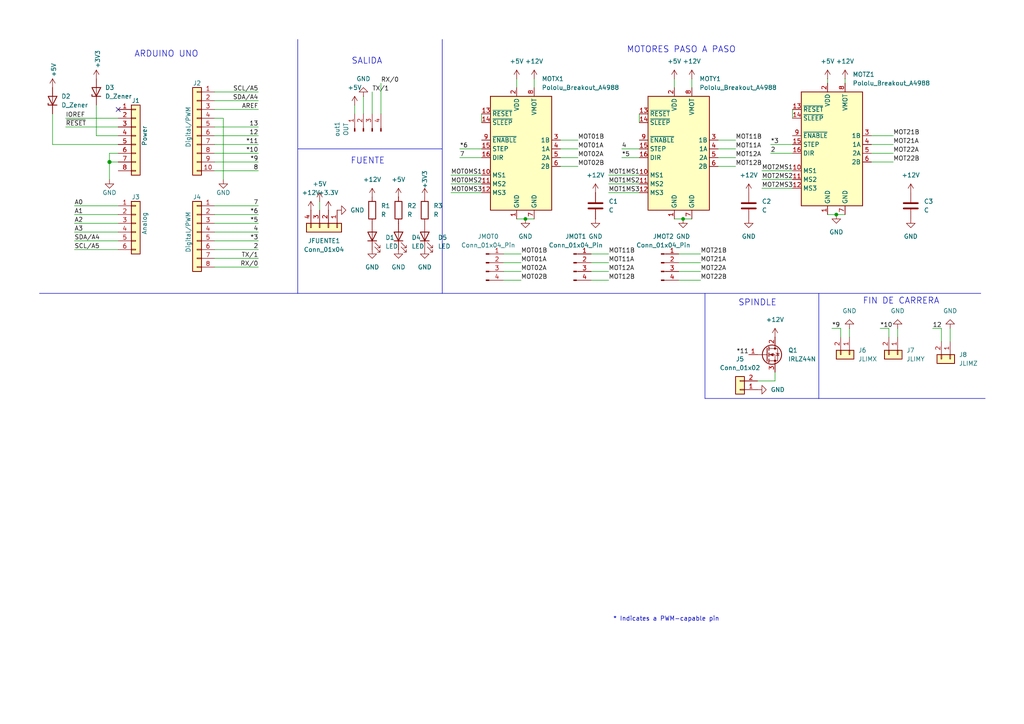
<source format=kicad_sch>
(kicad_sch (version 20231120) (generator "eeschema") (generator_version "8.0")
  (paper "A4")
  (title_block (date "mar. 31 mars 2015"))
  (lib_symbols
    (symbol "+5V_1" (power) (pin_numbers hide) (pin_names (offset 0) hide)
      (property "Value" "+5V" (at 0 3.556 0))
      (symbol "+5V_1_0_1"
        (polyline (pts (xy -0.762 1.27) (xy 0 2.54)))
        (polyline (pts (xy 0 0) (xy 0 2.54)))
        (polyline (pts (xy 0 2.54) (xy 0.762 1.27)))
      )
      (symbol "+5V_1_1_1"
        (pin power_in line (at 0 0 90) (length 0) (name "~") (number "1"))
      )
    )
    (symbol "+5V_2" (power) (pin_numbers hide) (pin_names (offset 0) hide)
      (property "Value" "+5V" (at 0 3.556 0))
      (symbol "+5V_2_0_1"
        (polyline (pts (xy -0.762 1.27) (xy 0 2.54)))
        (polyline (pts (xy 0 0) (xy 0 2.54)))
        (polyline (pts (xy 0 2.54) (xy 0.762 1.27)))
      )
      (symbol "+5V_2_1_1"
        (pin power_in line (at 0 0 90) (length 0) (name "~") (number "1"))
      )
    )
    (symbol "+5V_3" (power) (pin_numbers hide) (pin_names (offset 0) hide)
      (property "Value" "+5V" (at 0 3.556 0))
      (symbol "+5V_3_0_1"
        (polyline (pts (xy -0.762 1.27) (xy 0 2.54)))
        (polyline (pts (xy 0 0) (xy 0 2.54)))
        (polyline (pts (xy 0 2.54) (xy 0.762 1.27)))
      )
      (symbol "+5V_3_1_1"
        (pin power_in line (at 0 0 90) (length 0) (name "~") (number "1"))
      )
    )
    (symbol "+5V_4" (power) (pin_numbers hide) (pin_names (offset 0) hide)
      (property "Value" "+5V" (at 0 3.556 0))
      (symbol "+5V_4_0_1"
        (polyline (pts (xy -0.762 1.27) (xy 0 2.54)))
        (polyline (pts (xy 0 0) (xy 0 2.54)))
        (polyline (pts (xy 0 2.54) (xy 0.762 1.27)))
      )
      (symbol "+5V_4_1_1"
        (pin power_in line (at 0 0 90) (length 0) (name "~") (number "1"))
      )
    )
    (symbol "+5V_5" (power) (pin_numbers hide) (pin_names (offset 0) hide)
      (property "Value" "+5V" (at 0 3.556 0))
      (symbol "+5V_5_0_1"
        (polyline (pts (xy -0.762 1.27) (xy 0 2.54)))
        (polyline (pts (xy 0 0) (xy 0 2.54)))
        (polyline (pts (xy 0 2.54) (xy 0.762 1.27)))
      )
      (symbol "+5V_5_1_1"
        (pin power_in line (at 0 0 90) (length 0) (name "~") (number "1"))
      )
    )
    (symbol "Connector:Conn_01x04_Pin" (pin_names (offset 1.016) hide)
      (property "Reference" "J" (at 0 5.08 0))
      (property "Value" "Conn_01x04_Pin" (at 0 -7.62 0))
      (symbol "Conn_01x04_Pin_1_1"
        (polyline (pts (xy 1.27 -5.08) (xy 0.8636 -5.08)) (stroke (width 0.1524)))
        (polyline (pts (xy 1.27 -2.54) (xy 0.8636 -2.54)) (stroke (width 0.1524)))
        (polyline (pts (xy 1.27 0) (xy 0.8636 0)) (stroke (width 0.1524)))
        (polyline (pts (xy 1.27 2.54) (xy 0.8636 2.54)) (stroke (width 0.1524)))
        (rectangle (start 0.8636 -4.953) (end 0 -5.207) (stroke (width 0.1524)) (fill (type outline)))
        (rectangle (start 0.8636 -2.413) (end 0 -2.667) (stroke (width 0.1524)) (fill (type outline)))
        (rectangle (start 0.8636 0.127) (end 0 -0.127) (stroke (width 0.1524)) (fill (type outline)))
        (rectangle (start 0.8636 2.667) (end 0 2.413) (stroke (width 0.1524)) (fill (type outline)))
        (pin passive line (at 5.08 2.54 180) (length 3.81) (name "Pin_1") (number "1"))
        (pin passive line (at 5.08 0 180) (length 3.81) (name "Pin_2") (number "2"))
        (pin passive line (at 5.08 -2.54 180) (length 3.81) (name "Pin_3") (number "3"))
        (pin passive line (at 5.08 -5.08 180) (length 3.81) (name "Pin_4") (number "4"))
      )
    )
    (symbol "Connector_Generic:Conn_01x02" (pin_names (offset 1.016) hide)
      (property "Reference" "J" (at 0 2.54 0))
      (property "Value" "Conn_01x02" (at 0 -5.08 0))
      (symbol "Conn_01x02_1_1"
        (rectangle (start -1.27 -2.413) (end 0 -2.667) (stroke (width 0.1524)))
        (rectangle (start -1.27 0.127) (end 0 -0.127) (stroke (width 0.1524)))
        (rectangle (start -1.27 1.27) (end 1.27 -3.81) (stroke (width 0.254)) (fill (type background)))
        (pin passive line (at -5.08 0 0) (length 3.81) (name "Pin_1") (number "1"))
        (pin passive line (at -5.08 -2.54 0) (length 3.81) (name "Pin_2") (number "2"))
      )
    )
    (symbol "Connector_Generic:Conn_01x04" (pin_names (offset 1.016) hide)
      (property "Reference" "J" (at 0 5.08 0))
      (property "Value" "Conn_01x04" (at 0 -7.62 0))
      (symbol "Conn_01x04_1_1"
        (rectangle (start -1.27 -4.953) (end 0 -5.207) (stroke (width 0.1524)))
        (rectangle (start -1.27 -2.413) (end 0 -2.667) (stroke (width 0.1524)))
        (rectangle (start -1.27 0.127) (end 0 -0.127) (stroke (width 0.1524)))
        (rectangle (start -1.27 2.667) (end 0 2.413) (stroke (width 0.1524)))
        (rectangle (start -1.27 3.81) (end 1.27 -6.35) (stroke (width 0.254)) (fill (type background)))
        (pin passive line (at -5.08 2.54 0) (length 3.81) (name "Pin_1") (number "1"))
        (pin passive line (at -5.08 0 0) (length 3.81) (name "Pin_2") (number "2"))
        (pin passive line (at -5.08 -2.54 0) (length 3.81) (name "Pin_3") (number "3"))
        (pin passive line (at -5.08 -5.08 0) (length 3.81) (name "Pin_4") (number "4"))
      )
    )
    (symbol "Connector_Generic:Conn_01x06" (pin_names (offset 1.016) hide)
      (property "Reference" "J" (at 0 7.62 0))
      (property "Value" "Conn_01x06" (at 0 -10.16 0))
      (symbol "Conn_01x06_1_1"
        (rectangle (start -1.27 -7.493) (end 0 -7.747) (stroke (width 0.1524)))
        (rectangle (start -1.27 -4.953) (end 0 -5.207) (stroke (width 0.1524)))
        (rectangle (start -1.27 -2.413) (end 0 -2.667) (stroke (width 0.1524)))
        (rectangle (start -1.27 0.127) (end 0 -0.127) (stroke (width 0.1524)))
        (rectangle (start -1.27 2.667) (end 0 2.413) (stroke (width 0.1524)))
        (rectangle (start -1.27 5.207) (end 0 4.953) (stroke (width 0.1524)))
        (rectangle (start -1.27 6.35) (end 1.27 -8.89) (stroke (width 0.254)) (fill (type background)))
        (pin passive line (at -5.08 5.08 0) (length 3.81) (name "Pin_1") (number "1"))
        (pin passive line (at -5.08 2.54 0) (length 3.81) (name "Pin_2") (number "2"))
        (pin passive line (at -5.08 0 0) (length 3.81) (name "Pin_3") (number "3"))
        (pin passive line (at -5.08 -2.54 0) (length 3.81) (name "Pin_4") (number "4"))
        (pin passive line (at -5.08 -5.08 0) (length 3.81) (name "Pin_5") (number "5"))
        (pin passive line (at -5.08 -7.62 0) (length 3.81) (name "Pin_6") (number "6"))
      )
    )
    (symbol "Connector_Generic:Conn_01x08" (pin_names (offset 1.016) hide)
      (property "Reference" "J" (at 0 10.16 0))
      (property "Value" "Conn_01x08" (at 0 -12.7 0))
      (symbol "Conn_01x08_1_1"
        (rectangle (start -1.27 -10.033) (end 0 -10.287) (stroke (width 0.1524)))
        (rectangle (start -1.27 -7.493) (end 0 -7.747) (stroke (width 0.1524)))
        (rectangle (start -1.27 -4.953) (end 0 -5.207) (stroke (width 0.1524)))
        (rectangle (start -1.27 -2.413) (end 0 -2.667) (stroke (width 0.1524)))
        (rectangle (start -1.27 0.127) (end 0 -0.127) (stroke (width 0.1524)))
        (rectangle (start -1.27 2.667) (end 0 2.413) (stroke (width 0.1524)))
        (rectangle (start -1.27 5.207) (end 0 4.953) (stroke (width 0.1524)))
        (rectangle (start -1.27 7.747) (end 0 7.493) (stroke (width 0.1524)))
        (rectangle (start -1.27 8.89) (end 1.27 -11.43) (stroke (width 0.254)) (fill (type background)))
        (pin passive line (at -5.08 7.62 0) (length 3.81) (name "Pin_1") (number "1"))
        (pin passive line (at -5.08 5.08 0) (length 3.81) (name "Pin_2") (number "2"))
        (pin passive line (at -5.08 2.54 0) (length 3.81) (name "Pin_3") (number "3"))
        (pin passive line (at -5.08 0 0) (length 3.81) (name "Pin_4") (number "4"))
        (pin passive line (at -5.08 -2.54 0) (length 3.81) (name "Pin_5") (number "5"))
        (pin passive line (at -5.08 -5.08 0) (length 3.81) (name "Pin_6") (number "6"))
        (pin passive line (at -5.08 -7.62 0) (length 3.81) (name "Pin_7") (number "7"))
        (pin passive line (at -5.08 -10.16 0) (length 3.81) (name "Pin_8") (number "8"))
      )
    )
    (symbol "Connector_Generic:Conn_01x10" (pin_names (offset 1.016) hide)
      (property "Reference" "J" (at 0 12.7 0))
      (property "Value" "Conn_01x10" (at 0 -15.24 0))
      (symbol "Conn_01x10_1_1"
        (rectangle (start -1.27 -12.573) (end 0 -12.827) (stroke (width 0.1524)))
        (rectangle (start -1.27 -10.033) (end 0 -10.287) (stroke (width 0.1524)))
        (rectangle (start -1.27 -7.493) (end 0 -7.747) (stroke (width 0.1524)))
        (rectangle (start -1.27 -4.953) (end 0 -5.207) (stroke (width 0.1524)))
        (rectangle (start -1.27 -2.413) (end 0 -2.667) (stroke (width 0.1524)))
        (rectangle (start -1.27 0.127) (end 0 -0.127) (stroke (width 0.1524)))
        (rectangle (start -1.27 2.667) (end 0 2.413) (stroke (width 0.1524)))
        (rectangle (start -1.27 5.207) (end 0 4.953) (stroke (width 0.1524)))
        (rectangle (start -1.27 7.747) (end 0 7.493) (stroke (width 0.1524)))
        (rectangle (start -1.27 10.287) (end 0 10.033) (stroke (width 0.1524)))
        (rectangle (start -1.27 11.43) (end 1.27 -13.97) (stroke (width 0.254)) (fill (type background)))
        (pin passive line (at -5.08 10.16 0) (length 3.81) (name "Pin_1") (number "1"))
        (pin passive line (at -5.08 -12.7 0) (length 3.81) (name "Pin_10") (number "10"))
        (pin passive line (at -5.08 7.62 0) (length 3.81) (name "Pin_2") (number "2"))
        (pin passive line (at -5.08 5.08 0) (length 3.81) (name "Pin_3") (number "3"))
        (pin passive line (at -5.08 2.54 0) (length 3.81) (name "Pin_4") (number "4"))
        (pin passive line (at -5.08 0 0) (length 3.81) (name "Pin_5") (number "5"))
        (pin passive line (at -5.08 -2.54 0) (length 3.81) (name "Pin_6") (number "6"))
        (pin passive line (at -5.08 -5.08 0) (length 3.81) (name "Pin_7") (number "7"))
        (pin passive line (at -5.08 -7.62 0) (length 3.81) (name "Pin_8") (number "8"))
        (pin passive line (at -5.08 -10.16 0) (length 3.81) (name "Pin_9") (number "9"))
      )
    )
    (symbol "Device:C" (pin_numbers hide) (pin_names (offset 0.254))
      (property "Reference" "C" (at 0.635 2.54 0))
      (property "Value" "C" (at 0.635 -2.54 0))
      (symbol "C_0_1"
        (polyline (pts (xy -2.032 -0.762) (xy 2.032 -0.762)) (stroke (width 0.508)))
        (polyline (pts (xy -2.032 0.762) (xy 2.032 0.762)) (stroke (width 0.508)))
      )
      (symbol "C_1_1"
        (pin passive line (at 0 3.81 270) (length 2.794) (name "~") (number "1"))
        (pin passive line (at 0 -3.81 90) (length 2.794) (name "~") (number "2"))
      )
    )
    (symbol "Device:D_Zener" (pin_numbers hide) (pin_names (offset 1.016) hide)
      (property "Reference" "D" (at 0 2.54 0))
      (property "Value" "D_Zener" (at 0 -2.54 0))
      (symbol "D_Zener_0_1"
        (polyline (pts (xy 1.27 0) (xy -1.27 0)))
        (polyline (pts (xy -1.27 -1.27) (xy -1.27 1.27) (xy -0.762 1.27)) (stroke (width 0.254)))
        (polyline (pts (xy 1.27 -1.27) (xy 1.27 1.27) (xy -1.27 0) (xy 1.27 -1.27)) (stroke (width 0.254)))
      )
      (symbol "D_Zener_1_1"
        (pin passive line (at -3.81 0 0) (length 2.54) (name "K") (number "1"))
        (pin passive line (at 3.81 0 180) (length 2.54) (name "A") (number "2"))
      )
    )
    (symbol "Device:LED" (pin_numbers hide) (pin_names (offset 1.016) hide)
      (property "Reference" "D" (at 0 2.54 0))
      (property "Value" "LED" (at 0 -2.54 0))
      (symbol "LED_0_1"
        (polyline (pts (xy -1.27 -1.27) (xy -1.27 1.27)) (stroke (width 0.254)))
        (polyline (pts (xy -1.27 0) (xy 1.27 0)))
        (polyline (pts (xy 1.27 -1.27) (xy 1.27 1.27) (xy -1.27 0) (xy 1.27 -1.27)) (stroke (width 0.254)))
        (polyline (pts (xy -3.048 -0.762) (xy -4.572 -2.286) (xy -3.81 -2.286) (xy -4.572 -2.286) (xy -4.572 -1.524)))
        (polyline (pts (xy -1.778 -0.762) (xy -3.302 -2.286) (xy -2.54 -2.286) (xy -3.302 -2.286) (xy -3.302 -1.524)))
      )
      (symbol "LED_1_1"
        (pin passive line (at -3.81 0 0) (length 2.54) (name "K") (number "1"))
        (pin passive line (at 3.81 0 180) (length 2.54) (name "A") (number "2"))
      )
    )
    (symbol "Device:R" (pin_numbers hide) (pin_names (offset 0))
      (property "Reference" "R" (at 2.032 0 90))
      (property "Value" "R" (at 0 0 90))
      (symbol "R_0_1"
        (rectangle (start -1.016 -2.54) (end 1.016 2.54) (stroke (width 0.254)))
      )
      (symbol "R_1_1"
        (pin passive line (at 0 3.81 270) (length 1.27) (name "~") (number "1"))
        (pin passive line (at 0 -3.81 90) (length 1.27) (name "~") (number "2"))
      )
    )
    (symbol "Driver_Motor:Pololu_Breakout_A4988"
      (property "Reference" "A" (at -2.54 19.05 0))
      (property "Value" "Pololu_Breakout_A4988" (at -2.54 16.51 0))
      (symbol "Pololu_Breakout_A4988_0_1"
        (rectangle (start 10.16 -17.78) (end -7.62 15.24) (stroke (width 0.254)) (fill (type background)))
      )
      (symbol "Pololu_Breakout_A4988_1_1"
        (pin power_in line (at 0 -20.32 90) (length 2.54) (name "GND") (number "1"))
        (pin input line (at -10.16 -7.62 0) (length 2.54) (name "MS1") (number "10"))
        (pin input line (at -10.16 -10.16 0) (length 2.54) (name "MS2") (number "11"))
        (pin input line (at -10.16 -12.7 0) (length 2.54) (name "MS3") (number "12"))
        (pin input line (at -10.16 10.16 0) (length 2.54) (name "~{RESET}") (number "13"))
        (pin input line (at -10.16 7.62 0) (length 2.54) (name "~{SLEEP}") (number "14"))
        (pin input line (at -10.16 0 0) (length 2.54) (name "STEP") (number "15"))
        (pin input line (at -10.16 -2.54 0) (length 2.54) (name "DIR") (number "16"))
        (pin power_in line (at 0 17.78 270) (length 2.54) (name "VDD") (number "2"))
        (pin output line (at 12.7 2.54 180) (length 2.54) (name "1B") (number "3"))
        (pin output line (at 12.7 0 180) (length 2.54) (name "1A") (number "4"))
        (pin output line (at 12.7 -2.54 180) (length 2.54) (name "2A") (number "5"))
        (pin output line (at 12.7 -5.08 180) (length 2.54) (name "2B") (number "6"))
        (pin power_in line (at 5.08 -20.32 90) (length 2.54) (name "GND") (number "7"))
        (pin power_in line (at 5.08 17.78 270) (length 2.54) (name "VMOT") (number "8"))
        (pin input line (at -10.16 2.54 0) (length 2.54) (name "~{ENABLE}") (number "9"))
      )
    )
    (symbol "GND_1" (power) (pin_numbers hide) (pin_names (offset 0) hide)
      (property "Value" "GND" (at 0 -3.81 0))
      (symbol "GND_1_0_1"
        (polyline (pts (xy 0 0) (xy 0 -1.27) (xy 1.27 -1.27) (xy 0 -2.54) (xy -1.27 -1.27) (xy 0 -1.27)))
      )
      (symbol "GND_1_1_1"
        (pin power_in line (at 0 0 270) (length 0) (name "~") (number "1"))
      )
    )
    (symbol "GND_2" (power) (pin_numbers hide) (pin_names (offset 0) hide)
      (property "Value" "GND" (at 0 -3.81 0))
      (symbol "GND_2_0_1"
        (polyline (pts (xy 0 0) (xy 0 -1.27) (xy 1.27 -1.27) (xy 0 -2.54) (xy -1.27 -1.27) (xy 0 -1.27)))
      )
      (symbol "GND_2_1_1"
        (pin power_in line (at 0 0 270) (length 0) (name "~") (number "1"))
      )
    )
    (symbol "GND_3" (power) (pin_numbers hide) (pin_names (offset 0) hide)
      (property "Value" "GND" (at 0 -3.81 0))
      (symbol "GND_3_0_1"
        (polyline (pts (xy 0 0) (xy 0 -1.27) (xy 1.27 -1.27) (xy 0 -2.54) (xy -1.27 -1.27) (xy 0 -1.27)))
      )
      (symbol "GND_3_1_1"
        (pin power_in line (at 0 0 270) (length 0) (name "~") (number "1"))
      )
    )
    (symbol "Transistor_FET:IRLZ44N" (pin_names hide)
      (property "Reference" "Q" (at 5.08 1.905 0))
      (property "Value" "IRLZ44N" (at 5.08 0 0))
      (symbol "IRLZ44N_0_1"
        (polyline (pts (xy 0.254 0) (xy -2.54 0)))
        (polyline (pts (xy 0.254 1.905) (xy 0.254 -1.905)) (stroke (width 0.254)))
        (polyline (pts (xy 0.762 -1.27) (xy 0.762 -2.286)) (stroke (width 0.254)))
        (polyline (pts (xy 0.762 0.508) (xy 0.762 -0.508)) (stroke (width 0.254)))
        (polyline (pts (xy 0.762 2.286) (xy 0.762 1.27)) (stroke (width 0.254)))
        (polyline (pts (xy 2.54 2.54) (xy 2.54 1.778)))
        (polyline (pts (xy 2.54 -2.54) (xy 2.54 0) (xy 0.762 0)))
        (polyline (pts (xy 0.762 -1.778) (xy 3.302 -1.778) (xy 3.302 1.778) (xy 0.762 1.778)))
        (polyline (pts (xy 1.016 0) (xy 2.032 0.381) (xy 2.032 -0.381) (xy 1.016 0)) (fill (type outline)))
        (polyline (pts (xy 2.794 0.508) (xy 2.921 0.381) (xy 3.683 0.381) (xy 3.81 0.254)))
        (polyline (pts (xy 3.302 0.381) (xy 2.921 -0.254) (xy 3.683 -0.254) (xy 3.302 0.381)))
        (circle (center 1.651 0) (radius 2.794) (stroke (width 0.254)))
        (circle (center 2.54 -1.778) (radius 0.254) (fill (type outline)))
        (circle (center 2.54 1.778) (radius 0.254) (fill (type outline)))
      )
      (symbol "IRLZ44N_1_1"
        (pin input line (at -5.08 0 0) (length 2.54) (name "G") (number "1"))
        (pin passive line (at 2.54 5.08 270) (length 2.54) (name "D") (number "2"))
        (pin passive line (at 2.54 -5.08 90) (length 2.54) (name "S") (number "3"))
      )
    )
    (symbol "power:+12V" (power) (pin_numbers hide) (pin_names (offset 0) hide)
      (property "Value" "+12V" (at 0 3.556 0))
      (symbol "+12V_0_1"
        (polyline (pts (xy -0.762 1.27) (xy 0 2.54)))
        (polyline (pts (xy 0 0) (xy 0 2.54)))
        (polyline (pts (xy 0 2.54) (xy 0.762 1.27)))
      )
      (symbol "+12V_1_1"
        (pin power_in line (at 0 0 90) (length 0) (name "~") (number "1"))
      )
    )
    (symbol "power:+3.3V" (power) (pin_numbers hide) (pin_names (offset 0) hide)
      (property "Value" "+3.3V" (at 0 3.556 0))
      (symbol "+3.3V_0_1"
        (polyline (pts (xy -0.762 1.27) (xy 0 2.54)))
        (polyline (pts (xy 0 0) (xy 0 2.54)))
        (polyline (pts (xy 0 2.54) (xy 0.762 1.27)))
      )
      (symbol "+3.3V_1_1"
        (pin power_in line (at 0 0 90) (length 0) (name "~") (number "1"))
      )
    )
    (symbol "power:+3V3" (power) (pin_names (offset 0))
      (property "Value" "+3V3" (at 0 3.556 0))
      (symbol "+3V3_0_1"
        (polyline (pts (xy -0.762 1.27) (xy 0 2.54)))
        (polyline (pts (xy 0 0) (xy 0 2.54)))
        (polyline (pts (xy 0 2.54) (xy 0.762 1.27)))
      )
      (symbol "+3V3_1_1"
        (pin power_in line (at 0 0 90) (length 0) hide (name "+3V3") (number "1"))
      )
    )
    (symbol "power:+5V" (power) (pin_names (offset 0))
      (property "Value" "+5V" (at 0 3.556 0))
      (symbol "+5V_0_1"
        (polyline (pts (xy -0.762 1.27) (xy 0 2.54)))
        (polyline (pts (xy 0 0) (xy 0 2.54)))
        (polyline (pts (xy 0 2.54) (xy 0.762 1.27)))
      )
      (symbol "+5V_1_1"
        (pin power_in line (at 0 0 90) (length 0) hide (name "+5V") (number "1"))
      )
    )
    (symbol "power:GND" (power) (pin_names (offset 0))
      (property "Value" "GND" (at 0 -3.81 0))
      (symbol "GND_0_1"
        (polyline (pts (xy 0 0) (xy 0 -1.27) (xy 1.27 -1.27) (xy 0 -2.54) (xy -1.27 -1.27) (xy 0 -1.27)))
      )
      (symbol "GND_1_1"
        (pin power_in line (at 0 0 270) (length 0) hide (name "GND") (number "1"))
      )
    )
  )
  (junction (at 31.75 46.99) (diameter 1.016))
  (junction (at 152.4 63.5))
  (junction (at 198.12 63.5))
  (junction (at 242.57 62.23))
  (no_connect (at 34.29 31.75))
  (wire (pts (xy 62.23 77.47) (xy 74.93 77.47)))
  (wire (pts (xy 195.58 22.86) (xy 195.58 25.4)))
  (wire (pts (xy 154.94 22.86) (xy 154.94 25.4)))
  (wire (pts (xy 62.23 44.45) (xy 74.93 44.45)))
  (wire (pts (xy 62.23 26.67) (xy 74.93 26.67)))
  (wire (pts (xy 180.34 43.18) (xy 185.42 43.18)))
  (wire (pts (xy 176.53 53.34) (xy 185.42 53.34)))
  (wire (pts (xy 185.42 33.02) (xy 185.42 35.56)))
  (wire (pts (xy 208.28 48.26) (xy 213.36 48.26)))
  (wire (pts (xy 252.73 46.99) (xy 259.08 46.99)))
  (wire (pts (xy 31.75 44.45) (xy 31.75 46.99)))
  (polyline (pts (xy 237.49 115.57) (xy 237.49 85.09)))
  (wire (pts (xy 171.45 81.28) (xy 176.53 81.28)))
  (wire (pts (xy 21.59 72.39) (xy 34.29 72.39)))
  (wire (pts (xy 130.81 55.88) (xy 139.7 55.88)))
  (wire (pts (xy 255.27 95.25) (xy 257.81 95.25)))
  (wire (pts (xy 246.38 95.25) (xy 246.38 97.79)))
  (wire (pts (xy 110.49 24.13) (xy 110.49 33.02)))
  (wire (pts (xy 31.75 46.99) (xy 31.75 52.07)))
  (wire (pts (xy 240.03 62.23) (xy 242.57 62.23)))
  (wire (pts (xy 27.94 30.48) (xy 27.94 39.37)))
  (wire (pts (xy 15.24 41.91) (xy 34.29 41.91)))
  (wire (pts (xy 146.05 78.74) (xy 151.13 78.74)))
  (wire (pts (xy 223.52 41.91) (xy 229.87 41.91)))
  (polyline (pts (xy 11.43 85.09) (xy 86.36 85.09)))
  (wire (pts (xy 149.86 22.86) (xy 149.86 25.4)))
  (wire (pts (xy 220.98 52.07) (xy 229.87 52.07)))
  (wire (pts (xy 62.23 36.83) (xy 74.93 36.83)))
  (wire (pts (xy 62.23 59.69) (xy 74.93 59.69)))
  (wire (pts (xy 34.29 59.69) (xy 21.59 59.69)))
  (wire (pts (xy 180.34 45.72) (xy 185.42 45.72)))
  (wire (pts (xy 62.23 39.37) (xy 74.93 39.37)))
  (wire (pts (xy 223.52 44.45) (xy 229.87 44.45)))
  (wire (pts (xy 146.05 81.28) (xy 151.13 81.28)))
  (wire (pts (xy 162.56 40.64) (xy 167.64 40.64)))
  (wire (pts (xy 133.35 43.18) (xy 139.7 43.18)))
  (wire (pts (xy 62.23 62.23) (xy 74.93 62.23)))
  (wire (pts (xy 139.7 33.02) (xy 139.7 35.56)))
  (wire (pts (xy 196.85 73.66) (xy 203.2 73.66)))
  (wire (pts (xy 107.95 26.67) (xy 107.95 33.02)))
  (polyline (pts (xy 204.47 115.57) (xy 204.47 85.09)))
  (wire (pts (xy 195.58 63.5) (xy 198.12 63.5)))
  (wire (pts (xy 252.73 41.91) (xy 259.08 41.91)))
  (wire (pts (xy 198.12 63.5) (xy 200.66 63.5)))
  (wire (pts (xy 62.23 46.99) (xy 74.93 46.99)))
  (wire (pts (xy 176.53 55.88) (xy 185.42 55.88)))
  (wire (pts (xy 208.28 43.18) (xy 213.36 43.18)))
  (wire (pts (xy 62.23 67.31) (xy 74.93 67.31)))
  (polyline (pts (xy 86.36 85.09) (xy 128.27 85.09)))
  (wire (pts (xy 92.71 58.42) (xy 92.71 60.96)))
  (wire (pts (xy 171.45 73.66) (xy 176.53 73.66)))
  (wire (pts (xy 19.05 34.29) (xy 34.29 34.29)))
  (wire (pts (xy 102.87 30.48) (xy 102.87 33.02)))
  (polyline (pts (xy 128.27 11.43) (xy 128.27 85.09)))
  (polyline (pts (xy 86.36 43.18) (xy 128.27 43.18)))
  (wire (pts (xy 171.45 78.74) (xy 176.53 78.74)))
  (wire (pts (xy 208.28 45.72) (xy 213.36 45.72)))
  (wire (pts (xy 220.98 49.53) (xy 229.87 49.53)))
  (wire (pts (xy 64.77 34.29) (xy 64.77 52.07)))
  (wire (pts (xy 196.85 76.2) (xy 203.2 76.2)))
  (wire (pts (xy 133.35 45.72) (xy 139.7 45.72)))
  (wire (pts (xy 176.53 50.8) (xy 185.42 50.8)))
  (wire (pts (xy 62.23 31.75) (xy 74.93 31.75)))
  (wire (pts (xy 260.35 95.25) (xy 260.35 97.79)))
  (wire (pts (xy 245.11 22.86) (xy 245.11 24.13)))
  (wire (pts (xy 34.29 64.77) (xy 21.59 64.77)))
  (wire (pts (xy 19.05 36.83) (xy 34.29 36.83)))
  (polyline (pts (xy 237.49 115.57) (xy 204.47 115.57)))
  (wire (pts (xy 275.59 95.25) (xy 275.59 99.06)))
  (wire (pts (xy 34.29 46.99) (xy 31.75 46.99)))
  (wire (pts (xy 15.24 33.02) (xy 15.24 41.91)))
  (polyline (pts (xy 86.36 11.43) (xy 86.36 85.09)))
  (wire (pts (xy 229.87 31.75) (xy 229.87 34.29)))
  (wire (pts (xy 130.81 53.34) (xy 139.7 53.34)))
  (wire (pts (xy 242.57 62.23) (xy 245.11 62.23)))
  (wire (pts (xy 243.84 95.25) (xy 243.84 97.79)))
  (wire (pts (xy 162.56 48.26) (xy 167.64 48.26)))
  (wire (pts (xy 200.66 22.86) (xy 200.66 25.4)))
  (wire (pts (xy 196.85 78.74) (xy 203.2 78.74)))
  (wire (pts (xy 21.59 62.23) (xy 34.29 62.23)))
  (wire (pts (xy 152.4 63.5) (xy 154.94 63.5)))
  (wire (pts (xy 162.56 45.72) (xy 167.64 45.72)))
  (wire (pts (xy 149.86 63.5) (xy 152.4 63.5)))
  (wire (pts (xy 208.28 40.64) (xy 213.36 40.64)))
  (wire (pts (xy 252.73 39.37) (xy 259.08 39.37)))
  (wire (pts (xy 62.23 34.29) (xy 64.77 34.29)))
  (wire (pts (xy 34.29 44.45) (xy 31.75 44.45)))
  (wire (pts (xy 270.51 95.25) (xy 273.05 95.25)))
  (wire (pts (xy 62.23 41.91) (xy 74.93 41.91)))
  (wire (pts (xy 27.94 39.37) (xy 34.29 39.37)))
  (wire (pts (xy 224.79 110.49) (xy 224.79 107.95)))
  (wire (pts (xy 105.41 27.94) (xy 105.41 33.02)))
  (wire (pts (xy 62.23 64.77) (xy 74.93 64.77)))
  (wire (pts (xy 252.73 44.45) (xy 259.08 44.45)))
  (wire (pts (xy 21.59 67.31) (xy 34.29 67.31)))
  (wire (pts (xy 146.05 73.66) (xy 151.13 73.66)))
  (wire (pts (xy 273.05 95.25) (xy 273.05 99.06)))
  (wire (pts (xy 162.56 43.18) (xy 167.64 43.18)))
  (wire (pts (xy 171.45 76.2) (xy 176.53 76.2)))
  (wire (pts (xy 196.85 81.28) (xy 203.2 81.28)))
  (wire (pts (xy 220.98 54.61) (xy 229.87 54.61)))
  (wire (pts (xy 241.3 95.25) (xy 243.84 95.25)))
  (polyline (pts (xy 285.75 115.57) (xy 237.49 115.57)))
  (wire (pts (xy 62.23 29.21) (xy 74.93 29.21)))
  (wire (pts (xy 240.03 22.86) (xy 240.03 24.13)))
  (wire (pts (xy 62.23 72.39) (xy 74.93 72.39)))
  (wire (pts (xy 257.81 95.25) (xy 257.81 97.79)))
  (wire (pts (xy 62.23 69.85) (xy 74.93 69.85)))
  (wire (pts (xy 219.71 110.49) (xy 224.79 110.49)))
  (wire (pts (xy 62.23 74.93) (xy 74.93 74.93)))
  (wire (pts (xy 34.29 69.85) (xy 21.59 69.85)))
  (polyline (pts (xy 128.27 85.09) (xy 284.48 85.09)))
  (wire (pts (xy 146.05 76.2) (xy 151.13 76.2)))
  (wire (pts (xy 62.23 49.53) (xy 74.93 49.53)))
  (wire (pts (xy 130.81 50.8) (xy 139.7 50.8)))
  (text "ARDUINO UNO" (at 48.26 15.748 0) (effects (font (size 1.778 1.778))))
  (text "FUENTE" (at 106.68 46.736 0) (effects (font (size 1.778 1.778))))
  (text "MOTORES PASO A PASO" (at 197.612 14.478 0) (effects (font (size 1.778 1.778))))
  (text "* Indicates a PWM-capable pin" (at 177.8 180.34 0) (effects (font (size 1.27 1.27)) (justify left bottom)))
  (text "SALIDA" (at 106.426 17.78 0) (effects (font (size 1.778 1.778))))
  (text "SPINDLE" (at 219.71 87.884 0) (effects (font (size 1.778 1.778))))
  (text "FIN DE CARRERA" (at 261.366 87.376 0) (effects (font (size 1.778 1.778))))
  (label "RX{slash}0" (at 74.93 77.47 180))
  (label "A2" (at 21.59 64.77 0))
  (label "4" (at 74.93 67.31 180))
  (label "MOT01B" (at 151.13 73.66 0))
  (label "MOT12B" (at 176.53 81.28 0))
  (label "RX{slash}0" (at 110.49 24.13 0))
  (label "MOT02B" (at 151.13 81.28 0))
  (label "*5" (at 180.34 45.72 0))
  (label "TX{slash}1" (at 107.95 26.67 0))
  (label "MOT0MS2" (at 130.81 53.34 0))
  (label "MOT22B" (at 259.08 46.99 0))
  (label "2" (at 74.93 72.39 180))
  (label "MOT12A" (at 213.36 45.72 0))
  (label "*6" (at 133.35 43.18 0))
  (label "A3" (at 21.59 67.31 0))
  (label "4" (at 180.34 43.18 0))
  (label "MOT01A" (at 151.13 76.2 0))
  (label "13" (at 74.93 36.83 180))
  (label "*3" (at 223.52 41.91 0))
  (label "MOT0MS1" (at 130.81 50.8 0))
  (label "12" (at 74.93 39.37 180))
  (label "~{RESET}" (at 19.05 36.83 0))
  (label "MOT01B" (at 167.64 40.64 0))
  (label "MOT21B" (at 259.08 39.37 0))
  (label "*10" (at 74.93 44.45 180))
  (label "7" (at 133.35 45.72 0))
  (label "MOT2MS3" (at 220.98 54.61 0))
  (label "*11" (at 217.17 102.87 180))
  (label "MOT12A" (at 176.53 78.74 0))
  (label "*9" (at 241.3 95.25 0))
  (label "MOT2MS2" (at 220.98 52.07 0))
  (label "MOT1MS1" (at 176.53 50.8 0))
  (label "MOT11A" (at 176.53 76.2 0))
  (label "MOT02A" (at 167.64 45.72 0))
  (label "MOT12B" (at 213.36 48.26 0))
  (label "7" (at 74.93 59.69 180))
  (label "SDA{slash}A4" (at 74.93 29.21 180))
  (label "8" (at 74.93 49.53 180))
  (label "MOT11A" (at 213.36 43.18 0))
  (label "*11" (at 74.93 41.91 180))
  (label "MOT1MS2" (at 176.53 53.34 0))
  (label "*3" (at 74.93 69.85 180))
  (label "2" (at 223.52 44.45 0))
  (label "MOT01A" (at 167.64 43.18 0))
  (label "A1" (at 21.59 62.23 0))
  (label "TX{slash}1" (at 74.93 74.93 180))
  (label "MOT21B" (at 203.2 73.66 0))
  (label "A0" (at 21.59 59.69 0))
  (label "AREF" (at 74.93 31.75 180))
  (label "MOT0MS3" (at 130.81 55.88 0))
  (label "MOT11B" (at 176.53 73.66 0))
  (label "*6" (at 74.93 62.23 180))
  (label "12" (at 270.51 95.25 0))
  (label "SCL{slash}A5" (at 74.93 26.67 180))
  (label "*9" (at 74.93 46.99 180))
  (label "MOT1MS3" (at 176.53 55.88 0))
  (label "MOT02B" (at 167.64 48.26 0))
  (label "MOT22A" (at 203.2 78.74 0))
  (label "*5" (at 74.93 64.77 180))
  (label "MOT21A" (at 259.08 41.91 0))
  (label "MOT22A" (at 259.08 44.45 0))
  (label "MOT2MS1" (at 220.98 49.53 0))
  (label "IOREF" (at 19.05 34.29 0))
  (label "SDA{slash}A4" (at 21.59 69.85 0))
  (label "SCL{slash}A5" (at 21.59 72.39 0))
  (label "MOT21A" (at 203.2 76.2 0))
  (label "MOT02A" (at 151.13 78.74 0))
  (label "MOT11B" (at 213.36 40.64 0))
  (label "MOT22B" (at 203.2 81.28 0))
  (label "*10" (at 255.27 95.25 0))
  (symbol (lib_id "Connector_Generic:Conn_01x08") (at 39.37 39.37 0) (unit 1)
    (property "Reference" "J1" (at 39.37 29.21 0))
    (property "Value" "Power" (at 41.91 39.37 90))
    (property "Footprint" "Connector_PinSocket_2.54mm:PinSocket_1x08_P2.54mm_Vertical" (effects (hide yes)))
  )
  (symbol (lib_id "power:+3V3") (at 27.94 22.86 0) (unit 1)
    (property "Reference" "#PWR03" (effects (hide yes)))
    (property "Value" "+3V3" (at 28.321 19.812 90) (effects (justify left)))
  )
  (symbol (lib_id "power:+5V") (at 15.24 25.4 0) (unit 1)
    (property "Reference" "#PWR02" (effects (hide yes)))
    (property "Value" "+5V" (at 15.5956 22.352 90) (effects (justify left)))
  )
  (symbol (lib_id "power:GND") (at 31.75 52.07 0) (unit 1)
    (property "Reference" "#PWR04" (effects (hide yes)))
    (property "Value" "GND" (at 31.75 55.88 0))
  )
  (symbol (lib_id "Connector_Generic:Conn_01x10") (at 57.15 36.83 0) (mirror y) (unit 1)
    (property "Reference" "J2" (at 57.15 24.13 0))
    (property "Value" "Digital/PWM" (at 54.61 36.83 90))
    (property "Footprint" "Connector_PinSocket_2.54mm:PinSocket_1x10_P2.54mm_Vertical" (effects (hide yes)))
  )
  (symbol (lib_id "power:GND") (at 64.77 52.07 0) (unit 1)
    (property "Reference" "#PWR05" (effects (hide yes)))
    (property "Value" "GND" (at 64.77 55.88 0))
  )
  (symbol (lib_id "Connector_Generic:Conn_01x06") (at 39.37 64.77 0) (unit 1)
    (property "Reference" "J3" (at 39.37 57.15 0))
    (property "Value" "Analog" (at 41.91 64.77 90))
    (property "Footprint" "Connector_PinSocket_2.54mm:PinSocket_1x06_P2.54mm_Vertical" (effects (hide yes)))
  )
  (symbol (lib_id "Connector_Generic:Conn_01x08") (at 57.15 67.31 0) (mirror y) (unit 1)
    (property "Reference" "J4" (at 57.15 57.15 0))
    (property "Value" "Digital/PWM" (at 54.61 67.31 90))
    (property "Footprint" "Connector_PinSocket_2.54mm:PinSocket_1x08_P2.54mm_Vertical" (effects (hide yes)))
  )
  (symbol (lib_name "GND_3") (lib_id "power:GND") (at 107.95 72.39 0) (unit 1)
    (property "Reference" "#PWR033" (effects (hide yes)))
    (property "Value" "GND" (at 107.95 77.47 0))
    (property "Description" "Power symbol creates a global label with name \"GND\" , ground" (effects (hide yes)))
  )
  (symbol (lib_id "Connector_Generic:Conn_01x02") (at 260.35 102.87 270) (unit 1)
    (property "Reference" "J7" (at 262.89 101.5999 90) (effects (justify left)))
    (property "Value" "JLIMY" (at 262.89 104.1399 90) (effects (justify left)))
    (property "Footprint" "Connector_PinHeader_2.54mm:PinHeader_1x02_P2.54mm_Vertical" (effects (hide yes)))
    (property "Description" "Generic connector, single row, 01x02, script generated (kicad-library-utils/schlib/autogen/connector/)" (effects (hide yes)))
  )
  (symbol (lib_id "Driver_Motor:Pololu_Breakout_A4988") (at 195.58 43.18 0) (unit 1)
    (property "Reference" "MOTY1" (at 202.8541 22.86 0) (effects (justify left)))
    (property "Value" "Pololu_Breakout_A4988" (at 202.8541 25.4 0) (effects (justify left)))
    (property "Footprint" "Module:Pololu_Breakout-16_15.2x20.3mm" (effects (hide yes)))
    (property "Datasheet" "https://www.pololu.com/product/2980/pictures" (effects (hide yes)))
    (property "Description" "Pololu Breakout Board, Stepper Driver A4988" (effects (hide yes)))
  )
  (symbol (lib_id "power:+12V") (at 200.66 22.86 0) (unit 1)
    (property "Reference" "#PWR011" (effects (hide yes)))
    (property "Value" "+12V" (at 200.66 17.78 0))
    (property "Description" "Power symbol creates a global label with name \"+12V\"" (effects (hide yes)))
  )
  (symbol (lib_id "Device:R") (at 123.19 60.96 0) (unit 1)
    (property "Reference" "R3" (at 125.73 59.6899 0) (effects (justify left)))
    (property "Value" "R" (at 125.73 62.2299 0) (effects (justify left)))
    (property "Footprint" "Resistor_THT:R_Axial_DIN0414_L11.9mm_D4.5mm_P15.24mm_Horizontal" (effects (hide yes)))
    (property "Description" "Resistor" (effects (hide yes)))
  )
  (symbol (lib_id "Device:D_Zener") (at 15.24 29.21 90) (unit 1)
    (property "Reference" "D2" (at 17.78 27.9399 90) (effects (justify right)))
    (property "Value" "D_Zener" (at 17.78 30.4799 90) (effects (justify right)))
    (property "Footprint" "Diode_THT:D_DO-15_P12.70mm_Horizontal" (effects (hide yes)))
    (property "Description" "Zener diode" (effects (hide yes)))
  )
  (symbol (lib_id "Transistor_FET:IRLZ44N") (at 222.25 102.87 0) (unit 1)
    (property "Reference" "Q1" (at 228.6 101.5999 0) (effects (justify left)))
    (property "Value" "IRLZ44N" (at 228.6 104.1399 0) (effects (justify left)))
    (property "Footprint" "Package_TO_SOT_THT:TO-220-3_Vertical" (effects (hide yes)))
    (property "Datasheet" "http://www.irf.com/product-info/datasheets/data/irlz44n.pdf" (effects (hide yes)))
    (property "Description" "47A Id, 55V Vds, 22mOhm Rds Single N-Channel HEXFET Power MOSFET, TO-220AB" (effects (hide yes)))
  )
  (symbol (lib_name "+5V_3") (lib_id "power:+5V") (at 240.03 22.86 0) (unit 1)
    (property "Reference" "#PWR09" (effects (hide yes)))
    (property "Value" "+5V" (at 240.03 17.78 0))
    (property "Description" "Power symbol creates a global label with name \"+5V\"" (effects (hide yes)))
  )
  (symbol (lib_name "GND_3") (lib_id "power:GND") (at 97.79 60.96 90) (unit 1)
    (property "Reference" "#PWR031" (effects (hide yes)))
    (property "Value" "GND" (at 101.6 60.9599 90) (effects (justify right)))
    (property "Description" "Power symbol creates a global label with name \"GND\" , ground" (effects (hide yes)))
  )
  (symbol (lib_id "Device:C") (at 172.72 59.69 0) (unit 1)
    (property "Reference" "C1" (at 176.53 58.4199 0) (effects (justify left)))
    (property "Value" "C" (at 176.53 60.9599 0) (effects (justify left)))
    (property "Footprint" "Capacitor_THT:CP_Radial_D6.3mm_P2.50mm" (effects (hide yes)))
    (property "Description" "Unpolarized capacitor" (effects (hide yes)))
  )
  (symbol (lib_id "Device:C") (at 217.17 59.69 0) (unit 1)
    (property "Reference" "C2" (at 220.98 58.4199 0) (effects (justify left)))
    (property "Value" "C" (at 220.98 60.9599 0) (effects (justify left)))
    (property "Footprint" "Capacitor_THT:CP_Radial_D6.3mm_P2.50mm" (effects (hide yes)))
    (property "Description" "Unpolarized capacitor" (effects (hide yes)))
  )
  (symbol (lib_id "Device:LED") (at 107.95 68.58 90) (unit 1)
    (property "Reference" "D1" (at 111.76 68.8974 90) (effects (justify right)))
    (property "Value" "LED" (at 111.76 71.4374 90) (effects (justify right)))
    (property "Footprint" "LED_THT:LED_D5.0mm" (effects (hide yes)))
    (property "Description" "Light emitting diode" (effects (hide yes)))
  )
  (symbol (lib_name "GND_1") (lib_id "power:GND") (at 219.71 113.03 90) (unit 1)
    (property "Reference" "#PWR035" (effects (hide yes)))
    (property "Value" "GND" (at 223.52 113.0299 90) (effects (justify right)))
    (property "Description" "Power symbol creates a global label with name \"GND\" , ground" (effects (hide yes)))
  )
  (symbol (lib_id "Connector_Generic:Conn_01x02") (at 246.38 102.87 270) (unit 1)
    (property "Reference" "J6" (at 248.92 101.5999 90) (effects (justify left)))
    (property "Value" "JLIMX" (at 248.92 104.1399 90) (effects (justify left)))
    (property "Footprint" "Connector_PinHeader_2.54mm:PinHeader_1x02_P2.54mm_Vertical" (effects (hide yes)))
    (property "Description" "Generic connector, single row, 01x02, script generated (kicad-library-utils/schlib/autogen/connector/)" (effects (hide yes)))
  )
  (symbol (lib_name "GND_1") (lib_id "power:GND") (at 246.38 95.25 180) (unit 1)
    (property "Reference" "#PWR023" (effects (hide yes)))
    (property "Value" "GND" (at 246.38 90.17 0))
    (property "Description" "Power symbol creates a global label with name \"GND\" , ground" (effects (hide yes)))
  )
  (symbol (lib_name "+5V_1") (lib_id "power:+5V") (at 149.86 22.86 0) (unit 1)
    (property "Reference" "#PWR07" (effects (hide yes)))
    (property "Value" "+5V" (at 149.86 17.78 0))
    (property "Description" "Power symbol creates a global label with name \"+5V\"" (effects (hide yes)))
  )
  (symbol (lib_name "+5V_4") (lib_id "power:+5V") (at 102.87 30.48 0) (unit 1)
    (property "Reference" "#PWR013" (effects (hide yes)))
    (property "Value" "+5V" (at 102.87 25.4 0))
    (property "Description" "Power symbol creates a global label with name \"+5V\"" (effects (hide yes)))
  )
  (symbol (lib_id "Device:C") (at 264.16 59.69 0) (unit 1)
    (property "Reference" "C3" (at 267.97 58.4199 0) (effects (justify left)))
    (property "Value" "C" (at 267.97 60.9599 0) (effects (justify left)))
    (property "Footprint" "Capacitor_THT:CP_Radial_D6.3mm_P2.50mm" (effects (hide yes)))
    (property "Description" "Unpolarized capacitor" (effects (hide yes)))
  )
  (symbol (lib_name "GND_3") (lib_id "power:GND") (at 123.19 72.39 0) (unit 1)
    (property "Reference" "#PWR039" (effects (hide yes)))
    (property "Value" "GND" (at 123.19 77.47 0))
    (property "Description" "Power symbol creates a global label with name \"GND\" , ground" (effects (hide yes)))
  )
  (symbol (lib_id "Device:R") (at 107.95 60.96 0) (unit 1)
    (property "Reference" "R1" (at 110.49 59.6899 0) (effects (justify left)))
    (property "Value" "R" (at 110.49 62.2299 0) (effects (justify left)))
    (property "Footprint" "Resistor_THT:R_Axial_DIN0414_L11.9mm_D4.5mm_P15.24mm_Horizontal" (effects (hide yes)))
    (property "Description" "Resistor" (effects (hide yes)))
  )
  (symbol (lib_name "GND_1") (lib_id "power:GND") (at 260.35 95.25 180) (unit 1)
    (property "Reference" "#PWR024" (effects (hide yes)))
    (property "Value" "GND" (at 260.35 90.17 0))
    (property "Description" "Power symbol creates a global label with name \"GND\" , ground" (effects (hide yes)))
  )
  (symbol (lib_id "Device:R") (at 115.57 60.96 0) (unit 1)
    (property "Reference" "R2" (at 118.11 59.6899 0) (effects (justify left)))
    (property "Value" "R" (at 118.11 62.2299 0) (effects (justify left)))
    (property "Footprint" "Resistor_THT:R_Axial_DIN0414_L11.9mm_D4.5mm_P15.24mm_Horizontal" (effects (hide yes)))
    (property "Description" "Resistor" (effects (hide yes)))
  )
  (symbol (lib_name "GND_1") (lib_id "power:GND") (at 275.59 95.25 180) (unit 1)
    (property "Reference" "#PWR026" (effects (hide yes)))
    (property "Value" "GND" (at 275.59 90.17 0))
    (property "Description" "Power symbol creates a global label with name \"GND\" , ground" (effects (hide yes)))
  )
  (symbol (lib_id "Driver_Motor:Pololu_Breakout_A4988") (at 240.03 41.91 0) (unit 1)
    (property "Reference" "MOTZ1" (at 247.3041 21.59 0) (effects (justify left)))
    (property "Value" "Pololu_Breakout_A4988" (at 247.3041 24.13 0) (effects (justify left)))
    (property "Footprint" "Module:Pololu_Breakout-16_15.2x20.3mm" (effects (hide yes)))
    (property "Datasheet" "https://www.pololu.com/product/2980/pictures" (effects (hide yes)))
    (property "Description" "Pololu Breakout Board, Stepper Driver A4988" (effects (hide yes)))
  )
  (symbol (lib_name "GND_1") (lib_id "power:GND") (at 172.72 63.5 0) (unit 1)
    (property "Reference" "#PWR020" (effects (hide yes)))
    (property "Value" "GND" (at 172.72 68.58 0))
    (property "Description" "Power symbol creates a global label with name \"GND\" , ground" (effects (hide yes)))
  )
  (symbol (lib_name "GND_1") (lib_id "power:GND") (at 198.12 63.5 0) (unit 1)
    (property "Reference" "#PWR015" (effects (hide yes)))
    (property "Value" "GND" (at 198.12 68.58 0))
    (property "Description" "Power symbol creates a global label with name \"GND\" , ground" (effects (hide yes)))
  )
  (symbol (lib_id "Device:LED") (at 123.19 68.58 90) (unit 1)
    (property "Reference" "D5" (at 127 68.8974 90) (effects (justify right)))
    (property "Value" "LED" (at 127 71.4374 90) (effects (justify right)))
    (property "Footprint" "LED_THT:LED_D5.0mm" (effects (hide yes)))
    (property "Description" "Light emitting diode" (effects (hide yes)))
  )
  (symbol (lib_id "power:+12V") (at 172.72 55.88 0) (unit 1)
    (property "Reference" "#PWR017" (effects (hide yes)))
    (property "Value" "+12V" (at 172.72 50.8 0))
    (property "Description" "Power symbol creates a global label with name \"+12V\"" (effects (hide yes)))
  )
  (symbol (lib_id "Connector_Generic:Conn_01x02") (at 275.59 104.14 270) (unit 1)
    (property "Reference" "J8" (at 278.13 102.8699 90) (effects (justify left)))
    (property "Value" "JLIMZ" (at 278.13 105.4099 90) (effects (justify left)))
    (property "Footprint" "Connector_PinHeader_2.54mm:PinHeader_1x02_P2.54mm_Vertical" (effects (hide yes)))
    (property "Description" "Generic connector, single row, 01x02, script generated (kicad-library-utils/schlib/autogen/connector/)" (effects (hide yes)))
  )
  (symbol (lib_name "+5V_5") (lib_id "power:+5V") (at 115.57 57.15 0) (unit 1)
    (property "Reference" "#PWR036" (effects (hide yes)))
    (property "Value" "+5V" (at 115.57 52.07 0))
    (property "Description" "Power symbol creates a global label with name \"+5V\"" (effects (hide yes)))
  )
  (symbol (lib_id "Connector:Conn_01x04_Pin") (at 166.37 76.2 0) (unit 1)
    (property "Reference" "JMOT1" (at 167.005 68.58 0))
    (property "Value" "Conn_01x04_Pin" (at 167.005 71.12 0))
    (property "Footprint" "Connector_PinHeader_2.54mm:PinHeader_1x04_P2.54mm_Vertical" (effects (hide yes)))
    (property "Description" "Generic connector, single row, 01x04, script generated" (effects (hide yes)))
  )
  (symbol (lib_name "+5V_2") (lib_id "power:+5V") (at 195.58 22.86 0) (unit 1)
    (property "Reference" "#PWR08" (effects (hide yes)))
    (property "Value" "+5V" (at 195.58 17.78 0))
    (property "Description" "Power symbol creates a global label with name \"+5V\"" (effects (hide yes)))
  )
  (symbol (lib_name "+5V_5") (lib_id "power:+5V") (at 92.71 58.42 0) (unit 1)
    (property "Reference" "#PWR029" (effects (hide yes)))
    (property "Value" "+5V" (at 92.71 53.34 0))
    (property "Description" "Power symbol creates a global label with name \"+5V\"" (effects (hide yes)))
  )
  (symbol (lib_id "power:+12V") (at 224.79 97.79 0) (unit 1)
    (property "Reference" "#PWR034" (effects (hide yes)))
    (property "Value" "+12V" (at 224.79 92.71 0))
    (property "Description" "Power symbol creates a global label with name \"+12V\"" (effects (hide yes)))
  )
  (symbol (lib_id "Connector_Generic:Conn_01x04") (at 95.25 66.04 270) (unit 1)
    (property "Reference" "JFUENTE1" (at 93.98 69.85 90))
    (property "Value" "Conn_01x04" (at 93.98 72.39 90))
    (property "Footprint" "TerminalBlock_Phoenix:TerminalBlock_Phoenix_MKDS-1,5-4_1x04_P5.00mm_Horizontal" (effects (hide yes)))
    (property "Description" "Generic connector, single row, 01x04, script generated (kicad-library-utils/schlib/autogen/connector/)" (effects (hide yes)))
  )
  (symbol (lib_id "power:+12V") (at 90.17 60.96 0) (unit 1)
    (property "Reference" "#PWR030" (effects (hide yes)))
    (property "Value" "+12V" (at 90.17 55.88 0))
    (property "Description" "Power symbol creates a global label with name \"+12V\"" (effects (hide yes)))
  )
  (symbol (lib_id "Connector:Conn_01x04_Pin") (at 140.97 76.2 0) (unit 1)
    (property "Reference" "JMOT0" (at 141.605 68.58 0))
    (property "Value" "Conn_01x04_Pin" (at 141.605 71.12 0))
    (property "Footprint" "Connector_PinHeader_2.54mm:PinHeader_1x04_P2.54mm_Vertical" (effects (hide yes)))
    (property "Description" "Generic connector, single row, 01x04, script generated" (effects (hide yes)))
  )
  (symbol (lib_name "GND_3") (lib_id "power:GND") (at 115.57 72.39 0) (unit 1)
    (property "Reference" "#PWR037" (effects (hide yes)))
    (property "Value" "GND" (at 115.57 77.47 0))
    (property "Description" "Power symbol creates a global label with name \"GND\" , ground" (effects (hide yes)))
  )
  (symbol (lib_name "GND_1") (lib_id "power:GND") (at 242.57 62.23 0) (unit 1)
    (property "Reference" "#PWR016" (effects (hide yes)))
    (property "Value" "GND" (at 242.57 67.31 0))
    (property "Description" "Power symbol creates a global label with name \"GND\" , ground" (effects (hide yes)))
  )
  (symbol (lib_id "power:+3.3V") (at 95.25 60.96 0) (unit 1)
    (property "Reference" "#PWR028" (effects (hide yes)))
    (property "Value" "+3.3V" (at 95.25 55.88 0))
    (property "Description" "Power symbol creates a global label with name \"+3.3V\"" (effects (hide yes)))
  )
  (symbol (lib_name "GND_1") (lib_id "power:GND") (at 264.16 63.5 0) (unit 1)
    (property "Reference" "#PWR022" (effects (hide yes)))
    (property "Value" "GND" (at 264.16 68.58 0))
    (property "Description" "Power symbol creates a global label with name \"GND\" , ground" (effects (hide yes)))
  )
  (symbol (lib_name "GND_1") (lib_id "power:GND") (at 217.17 63.5 0) (unit 1)
    (property "Reference" "#PWR021" (effects (hide yes)))
    (property "Value" "GND" (at 217.17 68.58 0))
    (property "Description" "Power symbol creates a global label with name \"GND\" , ground" (effects (hide yes)))
  )
  (symbol (lib_name "GND_2") (lib_id "power:GND") (at 105.41 27.94 180) (unit 1)
    (property "Reference" "#PWR014" (effects (hide yes)))
    (property "Value" "GND" (at 105.41 22.86 0))
    (property "Description" "Power symbol creates a global label with name \"GND\" , ground" (effects (hide yes)))
  )
  (symbol (lib_name "+5V_5") (lib_id "power:+5V") (at 107.95 57.15 0) (unit 1)
    (property "Reference" "#PWR032" (effects (hide yes)))
    (property "Value" "+12V" (at 107.95 52.07 0))
    (property "Description" "Power symbol creates a global label with name \"+5V\"" (effects (hide yes)))
  )
  (symbol (lib_id "Connector:Conn_01x04_Pin") (at 191.77 76.2 0) (unit 1)
    (property "Reference" "JMOT2" (at 192.405 68.58 0))
    (property "Value" "Conn_01x04_Pin" (at 192.405 71.12 0))
    (property "Footprint" "Connector_PinHeader_2.54mm:PinHeader_1x04_P2.54mm_Vertical" (effects (hide yes)))
    (property "Description" "Generic connector, single row, 01x04, script generated" (effects (hide yes)))
  )
  (symbol (lib_name "GND_1") (lib_id "power:GND") (at 152.4 63.5 0) (unit 1)
    (property "Reference" "#PWR06" (effects (hide yes)))
    (property "Value" "GND" (at 152.4 68.58 0))
    (property "Description" "Power symbol creates a global label with name \"GND\" , ground" (effects (hide yes)))
  )
  (symbol (lib_id "Connector:Conn_01x04_Pin") (at 105.41 38.1 90) (unit 1)
    (property "Reference" "out1" (at 97.79 37.465 0))
    (property "Value" "OUT" (at 100.33 37.465 0))
    (property "Footprint" "Connector_PinHeader_2.54mm:PinHeader_1x04_P2.54mm_Vertical" (effects (hide yes)))
    (property "Description" "Generic connector, single row, 01x04, script generated" (effects (hide yes)))
  )
  (symbol (lib_name "+5V_5") (lib_id "power:+5V") (at 123.19 57.15 0) (unit 1)
    (property "Reference" "#PWR038" (effects (hide yes)))
    (property "Value" "+3V3" (at 123.19 52.07 90))
    (property "Description" "Power symbol creates a global label with name \"+5V\"" (effects (hide yes)))
  )
  (symbol (lib_id "Driver_Motor:Pololu_Breakout_A4988") (at 149.86 43.18 0) (unit 1)
    (property "Reference" "MOTX1" (at 157.1341 22.86 0) (effects (justify left)))
    (property "Value" "Pololu_Breakout_A4988" (at 157.1341 25.4 0) (effects (justify left)))
    (property "Footprint" "Module:Pololu_Breakout-16_15.2x20.3mm" (effects (hide yes)))
    (property "Datasheet" "https://www.pololu.com/product/2980/pictures" (effects (hide yes)))
    (property "Description" "Pololu Breakout Board, Stepper Driver A4988" (effects (hide yes)))
  )
  (symbol (lib_id "Connector_Generic:Conn_01x02") (at 214.63 113.03 180) (unit 1)
    (property "Reference" "J5" (at 214.63 104.14 0))
    (property "Value" "Conn_01x02" (at 214.63 106.68 0))
    (property "Footprint" "Connector_PinHeader_2.54mm:PinHeader_1x02_P2.54mm_Vertical" (effects (hide yes)))
    (property "Description" "Generic connector, single row, 01x02, script generated (kicad-library-utils/schlib/autogen/connector/)" (effects (hide yes)))
  )
  (symbol (lib_id "Device:D_Zener") (at 27.94 26.67 90) (unit 1)
    (property "Reference" "D3" (at 30.48 25.3999 90) (effects (justify right)))
    (property "Value" "D_Zener" (at 30.48 27.9399 90) (effects (justify right)))
    (property "Footprint" "Diode_THT:D_DO-15_P12.70mm_Horizontal" (effects (hide yes)))
    (property "Description" "Zener diode" (effects (hide yes)))
  )
  (symbol (lib_id "power:+12V") (at 217.17 55.88 0) (unit 1)
    (property "Reference" "#PWR018" (effects (hide yes)))
    (property "Value" "+12V" (at 217.17 50.8 0))
    (property "Description" "Power symbol creates a global label with name \"+12V\"" (effects (hide yes)))
  )
  (symbol (lib_id "Device:LED") (at 115.57 68.58 90) (unit 1)
    (property "Reference" "D4" (at 119.38 68.8974 90) (effects (justify right)))
    (property "Value" "LED" (at 119.38 71.4374 90) (effects (justify right)))
    (property "Footprint" "LED_THT:LED_D5.0mm" (effects (hide yes)))
    (property "Description" "Light emitting diode" (effects (hide yes)))
  )
  (symbol (lib_id "power:+12V") (at 264.16 55.88 0) (unit 1)
    (property "Reference" "#PWR019" (effects (hide yes)))
    (property "Value" "+12V" (at 264.16 50.8 0))
    (property "Description" "Power symbol creates a global label with name \"+12V\"" (effects (hide yes)))
  )
  (symbol (lib_id "power:+12V") (at 154.94 22.86 0) (unit 1)
    (property "Reference" "#PWR010" (effects (hide yes)))
    (property "Value" "+12V" (at 154.94 17.78 0))
    (property "Description" "Power symbol creates a global label with name \"+12V\"" (effects (hide yes)))
  )
  (symbol (lib_id "power:+12V") (at 245.11 22.86 0) (unit 1)
    (property "Reference" "#PWR012" (effects (hide yes)))
    (property "Value" "+12V" (at 245.11 17.78 0))
    (property "Description" "Power symbol creates a global label with name \"+12V\"" (effects (hide yes)))
  )
)
</source>
